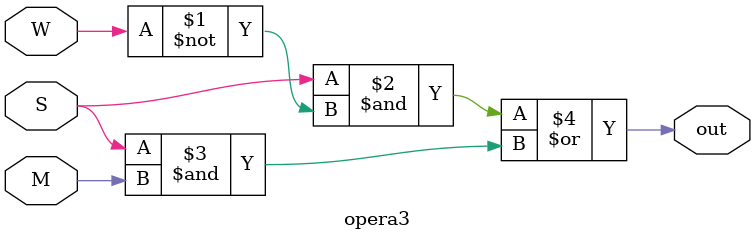
<source format=v>
module gate1(input wire S, M, W, output wire out);

  wire a1, a2, b1, b2, b3;

  not (a1, M);
  not (a2, W);
  and (b1, S, a1, a2);
  and (b2, S, M, a2);
  and (b3, S, M, W);
  or (out, b1, b2, b3);

endmodule

//Se realizo la ecuacion POS del ejercicio 5 con gate
module gate2(input wire S, M, W, output wire out);

  wire a3, a4, a5, b4, b5, b6, b7, b8;

  not (a3, S);
  not (a4, M);
  not (a5, W);
  or (b4, S, M, W);
  or (b5, S, M, a5);
  or (b6, S, a4, W);
  or (b7, S, a4, a5);
  or (b8, a3, M, a5);
  and (out, b4, b5, b6, b7, b8);

endmodule

//Se realizo la ecuacion reducida del ejercicio 5 con gate
module gate3(input wire S, M, W, output wire out);

  wire a6, b9, b10;

  not (a6, W);
  and (b9, S, a6);
  and (b10, S, M);
  or (out, b9, b10);

endmodule

//se realizo la ecuacion SOP del ejercicio 5 con operadores.
module opera1(input wire S, M, W, output wire out);

 assign out = (S & ~M & ~W) | (S & M & ~W) | (S & M & W);

endmodule

//se realizo la ecuacion POS del ejercicio 5 con operadores.
module opera2(input wire S, M, W, output wire out);

  assign out = (S | M | W) & (S | M | ~W) & (S | ~M | W) & (S | ~M | ~W) & (~S | M  | ~W);

endmodule

//Se realizo la ecuacion reducida del ejercicio 5 con operadores.
module opera3(input wire S, M, W, output wire out);

  assign out = (S & ~W) | (S & M);

endmodule

</source>
